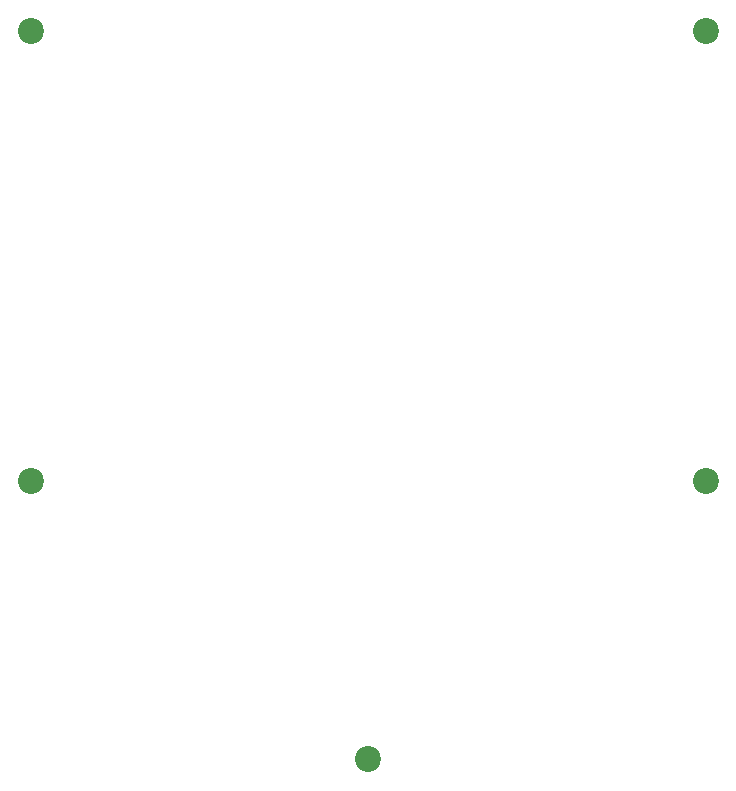
<source format=gbr>
G04 #@! TF.GenerationSoftware,KiCad,Pcbnew,(5.1.7)-1*
G04 #@! TF.CreationDate,2020-12-30T00:14:28-08:00*
G04 #@! TF.ProjectId,plate,706c6174-652e-46b6-9963-61645f706362,rev?*
G04 #@! TF.SameCoordinates,Original*
G04 #@! TF.FileFunction,Soldermask,Top*
G04 #@! TF.FilePolarity,Negative*
%FSLAX46Y46*%
G04 Gerber Fmt 4.6, Leading zero omitted, Abs format (unit mm)*
G04 Created by KiCad (PCBNEW (5.1.7)-1) date 2020-12-30 00:14:28*
%MOMM*%
%LPD*%
G01*
G04 APERTURE LIST*
%ADD10C,2.200000*%
G04 APERTURE END LIST*
D10*
X175006533Y-77673027D03*
X232156333Y-115773027D03*
X232156333Y-77673027D03*
X175006532Y-115773027D03*
X203606808Y-139297527D03*
M02*

</source>
